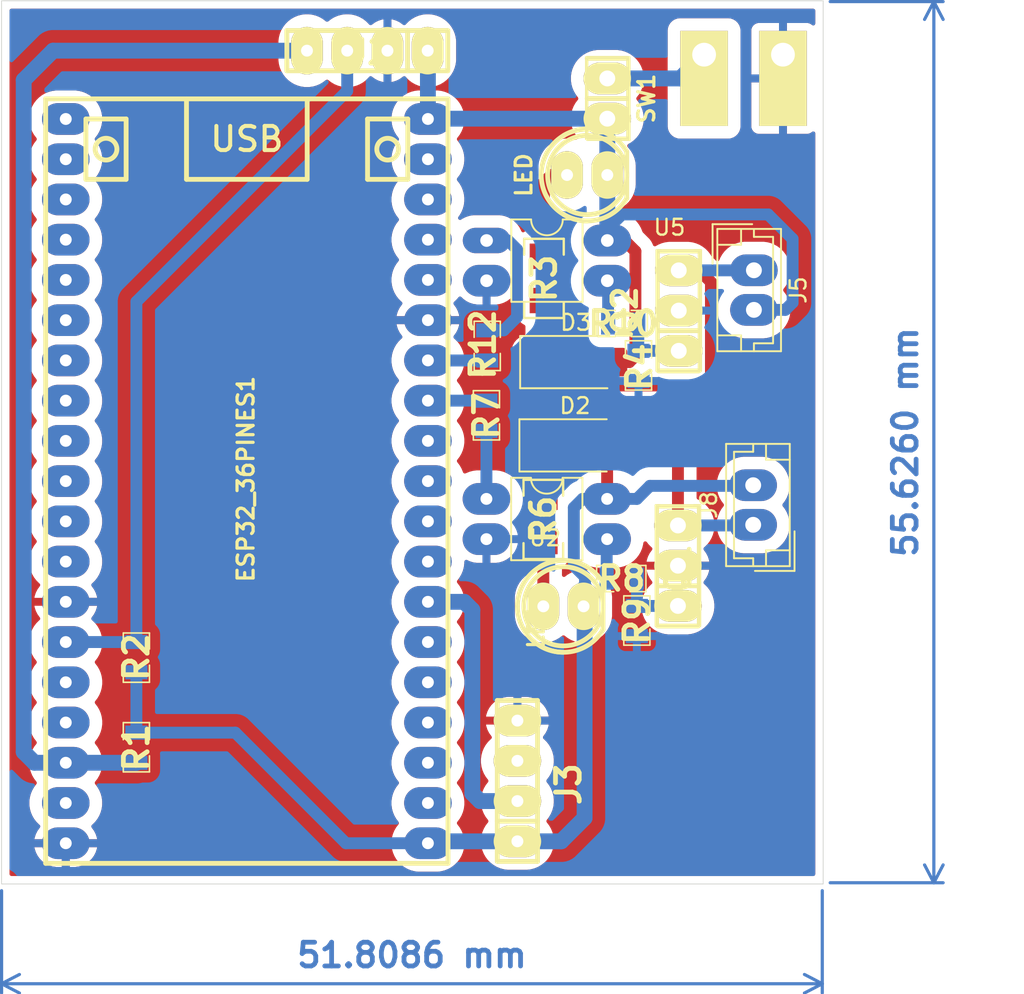
<source format=kicad_pcb>
(kicad_pcb (version 20240108) (generator "pcbnew") (generator_version "8.0")
  (layers (0 "F.Cu" signal) (31 "B.Cu" signal) (34 "B.Paste" user) (35 "F.Paste" user) (36 "B.SilkS" user "B.Silkscreen") (37 "F.SilkS" user "F.Silkscreen") (38 "B.Mask" user) (39 "F.Mask" user) (44 "Edge.Cuts" user))
  (net 0 "")
  (net 3 "cooler")
  (net 6 "GND")
  (net 16 "+5V")
  (net 20 "resistencia")
  (net 25 "+3.3V")
  (net 34 "Net-(D1-K)")
  (net 35 "Net-(D4-K)")
  (net 36 "Net-(R7-Pad1)")
  (net 37 "Net-(R12-Pad1)")
  (net 38 "Net-(J4-Pad1)")
  (net 39 "SCL")
  (net 40 "SDA")
  (net 42 "DHT11")
  (net 43 "Net-(D3-A)")
  (net 44 "Net-(Q1-G)")
  (net 45 "Net-(Q2-G)")
  (net 46 "Net-(D2-A)")
  (net 47 "Net-(R8-Pad2)")
  (net 48 "Net-(R10-Pad2)")
  (footprint "Diode_SMD:D_SMA" (layer "F.Cu") (at 179.1208 74.3458)
    (property "Reference" "D3" (at 0 -2.5 0) (layer "F.SilkS"))
    (property "Value" "1n4007")
    (fp_line (start -3.51 -1.65) (end -3.51 1.65) (stroke (width 0.12)) (layer "F.SilkS"))
    (fp_line (start -3.51 -1.65) (end 2 -1.65) (stroke (width 0.12)) (layer "F.SilkS"))
    (fp_line (start -3.51 1.65) (end 2 1.65) (stroke (width 0.12)) (layer "F.SilkS"))
    (pad "1" smd roundrect (at -2 0) (size 2.5 1.8) (layers "F.Cu" "F.Paste" "F.Mask") (roundrect_rratio 0.1388888889) (net 43 "Net-(D3-A)"))
    (pad "2" smd roundrect (at 2 0) (size 2.5 1.8) (layers "F.Cu" "F.Paste" "F.Mask") (roundrect_rratio 0.1388888889) (net 16 "+5V"))
  )
  (footprint "EESTN5:R_0805" (layer "F.Cu") (at 151.384 98.6917 90)
    (property "Reference" "R1" (at 0 0 -90) (layer "F.SilkS") (effects (font (size 1.5 1.5) (thickness 0.3))))
    (property "Value" "4.7K" (hide yes))
    (fp_line (start 1.5875 -0.8255) (end 1.5875 0.8255) (stroke (width 0.09906)) (layer "F.SilkS"))
    (fp_line (start 0.508 -0.8255) (end 1.5875 -0.8255) (stroke (width 0.09906)) (layer "F.SilkS"))
    (fp_line (start -1.524 -0.8255) (end -0.508 -0.8255) (stroke (width 0.09906)) (layer "F.SilkS"))
    (fp_line (start 1.5875 0.8255) (end 0.508 0.8255) (stroke (width 0.09906)) (layer "F.SilkS"))
    (fp_line (start -0.508 0.8255) (end -1.524 0.8255) (stroke (width 0.09906)) (layer "F.SilkS"))
    (fp_line (start -1.524 0.8255) (end -1.524 -0.8255) (stroke (width 0.09906)) (layer "F.SilkS"))
    (pad "1" smd rect (at -0.9525 0 90) (size 0.889 1.397) (layers "B.Cu" "F.Paste" "F.Mask") (net 39 "SCL"))
    (pad "2" smd rect (at 0.9525 0 90) (size 0.889 1.397) (layers "B.Cu" "F.Paste" "F.Mask") (net 25 "+3.3V"))
  )
  (footprint "Connector_JST:JST_EH_B2B-EH-A_1x02_P2.50mm_Vertical" (layer "F.Cu") (at 190.3682 68.5492 -90)
    (property "Reference" "J5" (at 1.25 -2.8 90) (layer "F.SilkS"))
    (property "Value" "Conn_01x02")
    (fp_line (start -2.91 2.61) (end -0.41 2.61) (stroke (width 0.12)) (layer "F.SilkS"))
    (fp_line (start -2.61 2.31) (end 5.11 2.31) (stroke (width 0.12)) (layer "F.SilkS"))
    (fp_line (start 5.11 2.31) (end 5.11 -1.71) (stroke (width 0.12)) (layer "F.SilkS"))
    (fp_line (start -2.61 0.81) (end -1.61 0.81) (stroke (width 0.12)) (layer "F.SilkS"))
    (fp_line (start -1.61 0.81) (end -1.61 2.31) (stroke (width 0.12)) (layer "F.SilkS"))
    (fp_line (start 4.11 0.81) (end 4.11 2.31) (stroke (width 0.12)) (layer "F.SilkS"))
    (fp_line (start 5.11 0.81) (end 4.11 0.81) (stroke (width 0.12)) (layer "F.SilkS"))
    (fp_line (start -2.91 0.11) (end -2.91 2.61) (stroke (width 0.12)) (layer "F.SilkS"))
    (fp_line (start -2.61 0) (end -2.11 0) (stroke (width 0.12)) (layer "F.SilkS"))
    (fp_line (start -2.11 0) (end -2.11 -1.21) (stroke (width 0.12)) (layer "F.SilkS"))
    (fp_line (start 4.61 0) (end 5.11 0) (stroke (width 0.12)) (layer "F.SilkS"))
    (fp_line (start -2.11 -1.21) (end 4.61 -1.21) (stroke (width 0.12)) (layer "F.SilkS"))
    (fp_line (start 4.61 -1.21) (end 4.61 0) (stroke (width 0.12)) (layer "F.SilkS"))
    (fp_line (start -2.61 -1.71) (end -2.61 2.31) (stroke (width 0.12)) (layer "F.SilkS"))
    (fp_line (start 5.11 -1.71) (end -2.61 -1.71) (stroke (width 0.12)) (layer "F.SilkS"))
    (pad "1" thru_hole oval (at 0 0 270) (size 2 3) (drill 1) (layers "*.Cu" "*.Mask") (net 43 "Net-(D3-A)"))
    (pad "2" thru_hole oval (at 2.5 0 270) (size 2 3) (drill 1) (layers "*.Cu" "*.Mask") (net 16 "+5V"))
  )
  (footprint "EESTN5:R_0805" (layer "F.Cu") (at 182.118 71.9074 180)
    (property "Reference" "R10" (at 0 0 180) (layer "F.SilkS") (effects (font (size 1.5 1.5) (thickness 0.3))))
    (property "Value" "100" (hide yes))
    (fp_line (start 1.5875 0.8255) (end 0.508 0.8255) (stroke (width 0.09906)) (layer "F.SilkS"))
    (fp_line (start 1.5875 -0.8255) (end 1.5875 0.8255) (stroke (width 0.09906)) (layer "F.SilkS"))
    (fp_line (start 0.508 -0.8255) (end 1.5875 -0.8255) (stroke (width 0.09906)) (layer "F.SilkS"))
    (fp_line (start -0.508 0.8255) (end -1.524 0.8255) (stroke (width 0.09906)) (layer "F.SilkS"))
    (fp_line (start -1.524 0.8255) (end -1.524 -0.8255) (stroke (width 0.09906)) (layer "F.SilkS"))
    (fp_line (start -1.524 -0.8255) (end -0.508 -0.8255) (stroke (width 0.09906)) (layer "F.SilkS"))
    (pad "1" smd rect (at -0.9525 0 180) (size 0.889 1.397) (layers "B.Cu" "F.Paste" "F.Mask") (net 45 "Net-(Q2-G)"))
    (pad "2" smd rect (at 0.9525 0 180) (size 0.889 1.397) (layers "B.Cu" "F.Paste" "F.Mask") (net 48 "Net-(R10-Pad2)"))
  )
  (footprint "EESTN5:R_0805" (layer "F.Cu") (at 151.384 92.9711 -90)
    (property "Reference" "R2" (at 0 0 90) (layer "F.SilkS") (effects (font (size 1.5 1.5) (thickness 0.3))))
    (property "Value" "4.7K" (hide yes))
    (fp_line (start -1.524 0.8255) (end -1.524 -0.8255) (stroke (width 0.09906)) (layer "F.SilkS"))
    (fp_line (start -0.508 0.8255) (end -1.524 0.8255) (stroke (width 0.09906)) (layer "F.SilkS"))
    (fp_line (start 1.5875 0.8255) (end 0.508 0.8255) (stroke (width 0.09906)) (layer "F.SilkS"))
    (fp_line (start -1.524 -0.8255) (end -0.508 -0.8255) (stroke (width 0.09906)) (layer "F.SilkS"))
    (fp_line (start 0.508 -0.8255) (end 1.5875 -0.8255) (stroke (width 0.09906)) (layer "F.SilkS"))
    (fp_line (start 1.5875 -0.8255) (end 1.5875 0.8255) (stroke (width 0.09906)) (layer "F.SilkS"))
    (pad "1" smd rect (at -0.9525 0 270) (size 0.889 1.397) (layers "B.Cu" "F.Paste" "F.Mask") (net 40 "SDA"))
    (pad "2" smd rect (at 0.9525 0 270) (size 0.889 1.397) (layers "B.Cu" "F.Paste" "F.Mask") (net 25 "+3.3V"))
  )
  (footprint "EESTN5:ESP32S" (layer "F.Cu") (at 158.3576 81.8586 90)
    (property "Reference" "ESP32_36PINES1" (at 0.127 -0.0635 -90) (layer "F.SilkS") (effects (font (size 1.016 1.016) (thickness 0.2032))))
    (property "Value" "ESP32_DEVKITC" (hide yes))
    (fp_line (start -24.13 -12.7) (end 24.13 -12.7) (stroke (width 0.3048)) (layer "F.SilkS"))
    (fp_line (start -24.13 -12.7) (end -24.13 12.7) (stroke (width 0.3048)) (layer "F.SilkS"))
    (fp_line (start 22.86 -10.16) (end 19.05 -10.16) (stroke (width 0.3048)) (layer "F.SilkS"))
    (fp_line (start 19.05 -10.16) (end 19.05 -7.62) (stroke (width 0.3048)) (layer "F.SilkS"))
    (fp_line (start 22.86 -7.62) (end 22.86 -10.16) (stroke (width 0.3048)) (layer "F.SilkS"))
    (fp_line (start 19.05 -7.62) (end 22.86 -7.62) (stroke (width 0.3048)) (layer "F.SilkS"))
    (fp_line (start 24.13 -3.81) (end 19.05 -3.81) (stroke (width 0.3048)) (layer "F.SilkS"))
    (fp_line (start 19.05 -3.81) (end 19.05 3.81) (stroke (width 0.3048)) (layer "F.SilkS"))
    (fp_line (start 19.05 3.81) (end 24.13 3.81) (stroke (width 0.3048)) (layer "F.SilkS"))
    (fp_line (start 22.86 7.62) (end 22.86 10.16) (stroke (width 0.3048)) (layer "F.SilkS"))
    (fp_line (start 19.05 7.62) (end 22.86 7.62) (stroke (width 0.3048)) (layer "F.SilkS"))
    (fp_line (start 22.86 10.16) (end 19.05 10.16) (stroke (width 0.3048)) (layer "F.SilkS"))
    (fp_line (start 19.05 10.16) (end 19.05 7.62) (stroke (width 0.3048)) (layer "F.SilkS"))
    (fp_line (start 24.13 12.7) (end 24.13 -12.7) (stroke (width 0.3048)) (layer "F.SilkS"))
    (fp_line (start 24.13 12.7) (end -24.13 12.7) (stroke (width 0.3048)) (layer "F.SilkS"))
    (fp_circle (center 20.955 -8.89) (end 21.5265 -8.509) (stroke (width 0.3048)) (fill none) (layer "F.SilkS"))
    (fp_circle (center 20.955 8.89) (end 21.5265 9.271) (stroke (width 0.3048)) (fill none) (layer "F.SilkS"))
    (fp_text user "USB" (at 21.59 0 0) (layer "F.SilkS") (effects (font (size 1.524 1.524) (thickness 0.254))))
    (pad "1" thru_hole oval (at -22.86 11.43 90) (size 2 3) (drill 0.75) (layers "*.Cu" "*.Mask") (net 25 "+3.3V"))
    (pad "2" thru_hole oval (at -20.32 11.43 90) (size 2 3) (drill 0.75) (layers "*.Cu" "*.Mask"))
    (pad "3" thru_hole oval (at -17.78 11.43 90) (size 2 3) (drill 0.75) (layers "*.Cu" "*.Mask"))
    (pad "4" thru_hole oval (at -15.24 11.43 90) (size 2 3) (drill 0.75) (layers "*.Cu" "*.Mask"))
    (pad "5" thru_hole oval (at -12.7 11.43 90) (size 2 3) (drill 0.75) (layers "*.Cu" "*.Mask"))
    (pad "6" thru_hole oval (at -10.16 11.43 90) (size 2 3) (drill 0.75) (layers "*.Cu" "*.Mask"))
    (pad "7" thru_hole oval (at -7.62 11.43 90) (size 2 3) (drill 0.75) (layers "*.Cu" "*.Mask") (net 42 "DHT11"))
    (pad "8" thru_hole oval (at -5.08 11.43 90) (size 2 3) (drill 0.75) (layers "*.Cu" "*.Mask"))
    (pad "9" thru_hole oval (at -2.54 11.43 90) (size 2 3) (drill 0.75) (layers "*.Cu" "*.Mask"))
    (pad "10" thru_hole oval (at 0 11.43 90) (size 2 3) (drill 0.75) (layers "*.Cu" "*.Mask"))
    (pad "11" thru_hole oval (at 2.54 11.43 90) (size 2 3) (drill 0.75) (layers "*.Cu" "*.Mask"))
    (pad "12" thru_hole oval (at 5.08 11.43 90) (size 2 3) (drill 0.75) (layers "*.Cu" "*.Mask") (net 20 "resistencia"))
    (pad "13" thru_hole oval (at 7.62 11.43 90) (size 2 3) (drill 0.75) (layers "*.Cu" "*.Mask") (net 3 "cooler"))
    (pad "14" thru_hole oval (at 10.16 11.43 90) (size 2 3) (drill 0.75) (layers "*.Cu" "*.Mask") (net 6 "GND"))
    (pad "15" thru_hole oval (at 12.7 11.43 90) (size 2 3) (drill 0.75) (layers "*.Cu" "*.Mask"))
    (pad "16" thru_hole oval (at 15.24 11.43 90) (size 2 3) (drill 0.75) (layers "*.Cu" "*.Mask"))
    (pad "17" thru_hole oval (at 17.78 11.43 90) (size 2 3) (drill 0.75) (layers "*.Cu" "*.Mask"))
    (pad "18" thru_hole oval (at 20.32 11.43 90) (size 2 3) (drill 0.75) (layers "*.Cu" "*.Mask"))
    (pad "19" thru_hole oval (at 22.86 11.43 90) (size 2 3) (drill 0.75) (layers "*.Cu" "*.Mask") (net 16 "+5V"))
    (pad "20" thru_hole oval (at 22.86 -11.43 90) (size 2 3) (drill 0.75) (layers "*.Cu" "*.Mask"))
    (pad "21" thru_hole oval (at 20.32 -11.43 90) (size 2 3) (drill 0.75) (layers "*.Cu" "*.Mask"))
    (pad "22" thru_hole oval (at 17.78 -11.43 90) (size 2 3) (drill 0.75) (layers "*.Cu" "*.Mask"))
    (pad "23" thru_hole oval (at 15.24 -11.43 90) (size 2 3) (drill 0.75) (layers "*.Cu" "*.Mask"))
    (pad "24" thru_hole oval (at 12.7 -11.43 90) (size 2 3) (drill 0.75) (layers "*.Cu" "*.Mask"))
    (pad "25" thru_hole oval (at 10.16 -11.43 90) (size 2 3) (drill 0.75) (layers "*.Cu" "*.Mask"))
    (pad "26" thru_hole oval (at 7.62 -11.43 90) (size 2 3) (drill 0.75) (layers "*.Cu" "*.Mask"))
    (pad "27" thru_hole oval (at 5.08 -11.43 90) (size 2 3) (drill 0.75) (layers "*.Cu" "*.Mask"))
    (pad "28" thru_hole oval (at 2.54 -11.43 90) (size 2 3) (drill 0.75) (layers "*.Cu" "*.Mask"))
    (pad "29" thru_hole oval (at 0 -11.43 90) (size 2 3) (drill 0.75) (layers "*.Cu" "*.Mask"))
    (pad "30" thru_hole oval (at -2.54 -11.43 90) (size 2 3) (drill 0.75) (layers "*.Cu" "*.Mask"))
    (pad "31" thru_hole oval (at -5.08 -11.43 90) (size 2 3) (drill 0.75) (layers "*.Cu" "*.Mask"))
    (pad "32" thru_hole oval (at -7.62 -11.43 90) (size 2 3) (drill 0.75) (layers "*.Cu" "*.Mask") (net 6 "GND"))
    (pad "33" thru_hole oval (at -10.16 -11.43 90) (size 2 3) (drill 0.75) (layers "*.Cu" "*.Mask") (net 40 "SDA"))
    (pad "34" thru_hole oval (at -12.7 -11.43 90) (size 2 3) (drill 0.75) (layers "*.Cu" "*.Mask"))
    (pad "35" thru_hole oval (at -15.24 -11.43 90) (size 2 3) (drill 0.75) (layers "*.Cu" "*.Mask"))
    (pad "36" thru_hole oval (at -17.78 -11.43 90) (size 2 3) (drill 0.75) (layers "*.Cu" "*.Mask") (net 39 "SCL"))
    (pad "37" thru_hole oval (at -20.32 -11.43 90) (size 2 3) (drill 0.75) (layers "*.Cu" "*.Mask"))
    (pad "38" thru_hole oval (at -22.86 -11.43 90) (size 2 3) (drill 0.75) (layers "*.Cu" "*.Mask") (net 6 "GND"))
  )
  (footprint "EESTN5:R_0805" (layer "F.Cu") (at 183.0832 74.5871 90)
    (property "Reference" "R4" (at -0.0762 0.0508 -90) (layer "F.SilkS") (effects (font (size 1.5 1.5) (thickness 0.3))))
    (property "Value" "4.7K" (hide yes))
    (fp_line (start 1.5875 -0.8255) (end 1.5875 0.8255) (stroke (width 0.09906)) (layer "F.SilkS"))
    (fp_line (start 0.508 -0.8255) (end 1.5875 -0.8255) (stroke (width 0.09906)) (layer "F.SilkS"))
    (fp_line (start -1.524 -0.8255) (end -0.508 -0.8255) (stroke (width 0.09906)) (layer "F.SilkS"))
    (fp_line (start 1.5875 0.8255) (end 0.508 0.8255) (stroke (width 0.09906)) (layer "F.SilkS"))
    (fp_line (start -0.508 0.8255) (end -1.524 0.8255) (stroke (width 0.09906)) (layer "F.SilkS"))
    (fp_line (start -1.524 0.8255) (end -1.524 -0.8255) (stroke (width 0.09906)) (layer "F.SilkS"))
    (pad "1" smd rect (at -0.9525 0 90) (size 0.889 1.397) (layers "B.Cu" "F.Paste" "F.Mask") (net 6 "GND"))
    (pad "2" smd rect (at 0.9525 0 90) (size 0.889 1.397) (layers "B.Cu" "F.Paste" "F.Mask") (net 45 "Net-(Q2-G)"))
  )
  (footprint "Package_DIP:DIP-4_W7.62mm_LongPads" (layer "F.Cu") (at 173.4924 66.67)
    (property "Reference" "U5" (at 11.5466 -0.8264 0) (layer "F.SilkS"))
    (property "Value" "PC817")
    (fp_line (start 1.56 -1.33) (end 1.56 3.87) (stroke (width 0.12)) (layer "F.SilkS"))
    (fp_line (start 1.56 3.87) (end 6.06 3.87) (stroke (width 0.12)) (layer "F.SilkS"))
    (fp_line (start 2.81 -1.33) (end 1.56 -1.33) (stroke (width 0.12)) (layer "F.SilkS"))
    (fp_line (start 6.06 -1.33) (end 4.81 -1.33) (stroke (width 0.12)) (layer "F.SilkS"))
    (fp_line (start 6.06 3.87) (end 6.06 -1.33) (stroke (width 0.12)) (layer "F.SilkS"))
    (fp_arc (start 4.81 -1.33) (mid 3.81 -0.33) (end 2.81 -1.33) (stroke (width 0.12)) (layer "F.SilkS"))
    (pad "1" thru_hole oval (at 0 0) (size 3 1.6) (drill 0.8) (layers "*.Cu" "*.Mask") (net 37 "Net-(R12-Pad1)"))
    (pad "2" thru_hole oval (at 0 2.54) (size 3 2) (drill 0.8) (layers "*.Cu" "*.Mask") (net 6 "GND"))
    (pad "3" thru_hole oval (at 7.62 2.54) (size 3 2) (drill 0.8) (layers "*.Cu" "*.Mask") (net 48 "Net-(R10-Pad2)"))
    (pad "4" thru_hole oval (at 7.62 0) (size 3 2) (drill 0.8) (layers "*.Cu" "B.Mask") (net 16 "+5V"))
  )
  (footprint "EESTN5:R_0805" (layer "F.Cu") (at 173.482 77.7367 90)
    (property "Reference" "R7" (at 0 0 -90) (layer "F.SilkS") (effects (font (size 1.5 1.5) (thickness 0.3))))
    (property "Value" "1k" (hide yes))
    (fp_line (start 1.5875 -0.8255) (end 1.5875 0.8255) (stroke (width 0.09906)) (layer "F.SilkS"))
    (fp_line (start 0.508 -0.8255) (end 1.5875 -0.8255) (stroke (width 0.09906)) (layer "F.SilkS"))
    (fp_line (start -1.524 -0.8255) (end -0.508 -0.8255) (stroke (width 0.09906)) (layer "F.SilkS"))
    (fp_line (start 1.5875 0.8255) (end 0.508 0.8255) (stroke (width 0.09906)) (layer "F.SilkS"))
    (fp_line (start -0.508 0.8255) (end -1.524 0.8255) (stroke (width 0.09906)) (layer "F.SilkS"))
    (fp_line (start -1.524 0.8255) (end -1.524 -0.8255) (stroke (width 0.09906)) (layer "F.SilkS"))
    (pad "1" smd rect (at -0.9525 0 90) (size 0.889 1.397) (layers "B.Cu" "F.Paste" "F.Mask") (net 36 "Net-(R7-Pad1)"))
    (pad "2" smd rect (at 0.9525 0 90) (size 0.889 1.397) (layers "B.Cu" "F.Paste" "F.Mask") (net 20 "resistencia"))
  )
  (footprint "Diode_SMD:D_SMA" (layer "F.Cu") (at 179.0741 79.6036)
    (property "Reference" "D2" (at 0 -2.5 0) (layer "F.SilkS"))
    (property "Value" "DIODE")
    (fp_line (start -3.51 -1.65) (end -3.51 1.65) (stroke (width 0.12)) (layer "F.SilkS"))
    (fp_line (start -3.51 -1.65) (end 2 -1.65) (stroke (width 0.12)) (layer "F.SilkS"))
    (fp_line (start -3.51 1.65) (end 2 1.65) (stroke (width 0.12)) (layer "F.SilkS"))
    (pad "1" smd roundrect (at -2 0) (size 2.5 1.8) (layers "F.Cu" "F.Paste" "F.Mask") (roundrect_rratio 0.1388888889) (net 46 "Net-(D2-A)"))
    (pad "2" smd roundrect (at 2 0) (size 2.5 1.8) (layers "F.Cu" "F.Paste" "F.Mask") (roundrect_rratio 0.1388888889) (net 25 "+3.3V"))
  )
  (footprint "EESTN5:R_1206" (layer "F.Cu") (at 177.1142 69.0626 -90)
    (property "Reference" "R3" (at 0 0 90) (layer "F.SilkS") (effects (font (size 1.5 1.5) (thickness 0.3))))
    (property "Value" "4.7K" (hide yes))
    (fp_line (start -2.5 1.25) (end -1.5 1.25) (stroke (width 0.15)) (layer "F.SilkS"))
    (fp_line (start 1.5 1.25) (end 2.5 1.25) (stroke (width 0.15)) (layer "F.SilkS"))
    (fp_line (start 2.5 1.25) (end 2.5 -1.25) (stroke (width 0.15)) (layer "F.SilkS"))
    (fp_line (start -2.5 -1.25) (end -2.5 1.25) (stroke (width 0.15)) (layer "F.SilkS"))
    (fp_line (start -1.5 -1.25) (end -2.5 -1.25) (stroke (width 0.15)) (layer "F.SilkS"))
    (fp_line (start 1.5 -1.25) (end 2.5 -1.25) (stroke (width 0.15)) (layer "F.SilkS"))
    (pad "1" smd rect (at 1.397 0 270) (size 1.6002 1.8034) (layers "F.Cu" "F.Paste" "F.Mask") (net 43 "Net-(D3-A)"))
    (pad "2" smd rect (at -1.397 0 270) (size 1.6002 1.8034) (layers "F.Cu" "F.Paste" "F.Mask") (net 35 "Net-(D4-K)"))
  )
  (footprint "EESTN5:pin_strip_4" (layer "F.Cu") (at 175.4378 100.7872 90)
    (property "Reference" "J3" (at -0.2032 3.2258 -90) (layer "F.SilkS") (effects (font (size 1.5 1.5) (thickness 0.3))))
    (property "Value" "LCD" (hide yes))
    (fp_line (start 5.08 -1.27) (end 5.08 1.27) (stroke (width 0.3048)) (layer "F.SilkS"))
    (fp_line (start -2.54 -1.27) (end -2.54 1.27) (stroke (width 0.3048)) (layer "F.SilkS"))
    (fp_line (start -5.08 -1.27) (end 5.08 -1.27) (stroke (width 0.3048)) (layer "F.SilkS"))
    (fp_line (start 5.08 1.27) (end -5.08 1.27) (stroke (width 0.3048)) (layer "F.SilkS"))
    (fp_line (start -5.08 1.27) (end -5.08 -1.27) (stroke (width 0.3048)) (layer "F.SilkS"))
    (pad "1" thru_hole oval (at -3.81 0 90) (size 2 3) (drill 0.75) (layers "*.Cu" "F.SilkS" "F.Mask") (net 25 "+3.3V"))
    (pad "2" thru_hole oval (at -1.27 0 90) (size 2 3) (drill 0.75) (layers "*.Cu" "F.SilkS" "F.Mask") (net 42 "DHT11"))
    (pad "3" thru_hole oval (at 1.27 0 90) (size 2 3) (drill 0.75) (layers "*.Cu" "F.SilkS" "F.Mask"))
    (pad "4" thru_hole oval (at 3.81 0 90) (size 2 3) (drill 0.75) (layers "*.Cu" "F.SilkS" "F.Mask") (net 6 "GND"))
  )
  (footprint "EESTN5:led_5mm_clear" (layer "F.Cu") (at 178.3441 89.7636 90)
    (property "Reference" "D1" (hide yes))
    (property "Value" "LED" (at -1.2954 -1.7272 -90) (layer "F.SilkS") (effects (font (thickness 0.2))))
    (fp_line (start -1.47066 2.49936) (end 1.47066 2.49936) (stroke (width 0.29972)) (layer "F.SilkS"))
    (fp_arc (start 0 -2.90068) (mid 2.05109 -2.05109) (end 2.90068 0) (stroke (width 0.29972)) (layer "F.SilkS"))
    (fp_arc (start 2.4892 -1.49098) (mid 2.814412 0.705848) (end 1.49098 2.4892) (stroke (width 0.29972)) (layer "F.SilkS"))
    (fp_arc (start -2.90068 0) (mid -2.05109 -2.05109) (end 0 -2.90068) (stroke (width 0.29972)) (layer "F.SilkS"))
    (fp_arc (start -1.47066 2.49936) (mid -2.807228 0.727401) (end -2.49936 -1.47066) (stroke (width 0.29972)) (layer "F.SilkS"))
    (fp_circle (center 0 0) (end -2.49936 0) (stroke (width 0.29972)) (fill none) (layer "F.SilkS"))
    (pad "1" thru_hole oval (at 0 -1.27 90) (size 3 2) (drill 0.75) (layers "*.Cu" "*.Mask" "F.SilkS") (net 34 "Net-(D1-K)"))
    (pad "2" thru_hole oval (at 0 1.27 90) (size 3 2) (drill 0.75) (layers "*.Cu" "*.Mask" "F.SilkS") (net 25 "+3.3V"))
  )
  (footprint "EESTN5:pin_strip_4" (layer "F.Cu") (at 165.9636 54.6862 180)
    (property "Reference" "J2" (at -0.1524 -0.1016 180) (layer "F.SilkS") (effects (font (size 1.5 1.5) (thickness 0.3))))
    (property "Value" "LCD" (hide yes))
    (fp_line (start 5.08 1.27) (end -5.08 1.27) (stroke (width 0.3048)) (layer "F.SilkS"))
    (fp_line (start 5.08 -1.27) (end 5.08 1.27) (stroke (width 0.3048)) (layer "F.SilkS"))
    (fp_line (start -2.54 -1.27) (end -2.54 1.27) (stroke (width 0.3048)) (layer "F.SilkS"))
    (fp_line (start -5.08 1.27) (end -5.08 -1.27) (stroke (width 0.3048)) (layer "F.SilkS"))
    (fp_line (start -5.08 -1.27) (end 5.08 -1.27) (stroke (width 0.3048)) (layer "F.SilkS"))
    (pad "1" thru_hole oval (at -3.81 0 180) (size 2 3) (drill 0.75) (layers "*.Cu" "F.SilkS" "F.Mask") (net 16 "+5V"))
    (pad "2" thru_hole oval (at -1.27 0 180) (size 2 3) (drill 0.75) (layers "*.Cu" "F.SilkS" "F.Mask") (net 6 "GND"))
    (pad "3" thru_hole oval (at 1.27 0 180) (size 2 3) (drill 0.75) (layers "*.Cu" "F.SilkS" "F.Mask") (net 40 "SDA"))
    (pad "4" thru_hole oval (at 3.81 0 180) (size 2 3) (drill 0.75) (layers "*.Cu" "F.SilkS" "F.Mask") (net 39 "SCL"))
  )
  (footprint "EESTN5:R_0805" (layer "F.Cu") (at 182.0266 88.011 180)
    (property "Reference" "R8" (at 0 0 180) (layer "F.SilkS") (effects (font (size 1.5 1.5) (thickness 0.3))))
    (property "Value" "100" (hide yes))
    (fp_line (start 1.5875 0.8255) (end 0.508 0.8255) (stroke (width 0.09906)) (layer "F.SilkS"))
    (fp_line (start 1.5875 -0.8255) (end 1.5875 0.8255) (stroke (width 0.09906)) (layer "F.SilkS"))
    (fp_line (start 0.508 -0.8255) (end 1.5875 -0.8255) (stroke (width 0.09906)) (layer "F.SilkS"))
    (fp_line (start -0.508 0.8255) (end -1.524 0.8255) (stroke (width 0.09906)) (layer "F.SilkS"))
    (fp_line (start -1.524 0.8255) (end -1.524 -0.8255) (stroke (width 0.09906)) (layer "F.SilkS"))
    (fp_line (start -1.524 -0.8255) (end -0.508 -0.8255) (stroke (width 0.09906)) (layer "F.SilkS"))
    (pad "1" smd rect (at -0.9525 0 180) (size 0.889 1.397) (layers "B.Cu" "F.Paste" "F.Mask") (net 44 "Net-(Q1-G)"))
    (pad "2" smd rect (at 0.9525 0 180) (size 0.889 1.397) (layers "B.Cu" "F.Paste" "F.Mask") (net 47 "Net-(R8-Pad2)"))
  )
  (footprint "EESTN5:led_5mm_clear" (layer "F.Cu") (at 179.8424 62.5348 90)
    (property "Reference" "D4" (hide yes))
    (property "Value" "LED" (at 0 -4 -90) (layer "F.SilkS") (effects (font (thickness 0.2))))
    (fp_line (start -1.47066 2.49936) (end 1.47066 2.49936) (stroke (width 0.29972)) (layer "F.SilkS"))
    (fp_arc (start 0 -2.90068) (mid 2.05109 -2.05109) (end 2.90068 0) (stroke (width 0.29972)) (layer "F.SilkS"))
    (fp_arc (start 2.4892 -1.49098) (mid 2.814412 0.705848) (end 1.49098 2.4892) (stroke (width 0.29972)) (layer "F.SilkS"))
    (fp_arc (start -2.90068 0) (mid -2.05109 -2.05109) (end 0 -2.90068) (stroke (width 0.29972)) (layer "F.SilkS"))
    (fp_arc (start -1.47066 2.49936) (mid -2.807228 0.727401) (end -2.49936 -1.47066) (stroke (width 0.29972)) (layer "F.SilkS"))
    (fp_circle (center 0 0) (end -2.49936 0) (stroke (width 0.29972)) (fill none) (layer "F.SilkS"))
    (pad "1" thru_hole oval (at 0 -1.27 90) (size 3 2) (drill 0.75) (layers "*.Cu" "*.Mask" "F.SilkS") (net 35 "Net-(D4-K)"))
    (pad "2" thru_hole oval (at 0 1.27 90) (size 3 2) (drill 0.75) (layers "*.Cu" "*.Mask" "F.SilkS") (net 16 "+5V"))
  )
  (footprint "EESTN5:Cable_1,5mm" (layer "F.Cu") (at 187.2234 54.9388)
    (property "Reference" "J4" (hide yes))
    (property "Value" "Cable_PAD" (hide yes))
    (pad "1" thru_hole rect (at 0 0) (size 3 6) (drill 1.5 (offset 0 1.5)) (layers "*.Cu" "F.SilkS") (net 38 "Net-(J4-Pad1)"))
  )
  (footprint "EESTN5:Pin_Header_3" (layer "F.Cu") (at 185.5724 87.1982 90)
    (property "Reference" "Q1" (at -0.1778 0.0254 -90) (layer "F.SilkS") (effects (font (size 1.5 1.5) (thickness 0.3))))
    (property "Value" "IRFZ44N" (hide yes))
    (fp_line (start 3.81 -1.397) (end 3.81 -1.143) (stroke (width 0.15)) (layer "F.SilkS"))
    (fp_line (start -3.81 -1.397) (end 3.81 -1.397) (stroke (width 0.15)) (layer "F.SilkS"))
    (fp_line (start 3.81 -1.27) (end -3.81 -1.27) (stroke (width 0.15)) (layer "F.SilkS"))
    (fp_line (start 3.81 -1.27) (end 3.81 1.27) (stroke (width 0.15)) (layer "F.SilkS"))
    (fp_line (start -1.27 -1.27) (end -1.27 1.27) (stroke (width 0.3048)) (layer "F.SilkS"))
    (fp_line (start 3.81 1.016) (end 3.81 1.397) (stroke (width 0.15)) (layer "F.SilkS"))
    (fp_line (start 3.81 1.27) (end -3.81 1.27) (stroke (width 0.15)) (layer "F.SilkS"))
    (fp_line (start 3.683 1.27) (end 3.683 -1.27) (stroke (width 0.15)) (layer "F.SilkS"))
    (fp_line (start -3.81 1.27) (end -3.81 -1.27) (stroke (width 0.3048)) (layer "F.SilkS"))
    (fp_line (start 3.81 1.397) (end -3.81 1.397) (stroke (width 0.15)) (layer "F.SilkS"))
    (pad "1" thru_hole oval (at -2.54 0 90) (size 2 3) (drill 1.00076) (layers "*.Cu" "*.Mask" "F.SilkS") (net 44 "Net-(Q1-G)"))
    (pad "2" thru_hole oval (at 0 0 90) (size 2 3) (drill 1.00076) (layers "*.Cu" "*.Mask" "F.SilkS") (net 6 "GND"))
    (pad "3" thru_hole oval (at 2.54 0 90) (size 2 3) (drill 1.00076) (layers "*.Cu" "*.Mask" "F.SilkS") (net 46 "Net-(D2-A)"))
  )
  (footprint "EESTN5:R_0805" (layer "F.Cu") (at 173.5328 73.2917 -90)
    (property "Reference" "R12" (at -0.0533 0.2734 90) (layer "F.SilkS") (effects (font (size 1.5 1.5) (thickness 0.3))))
    (property "Value" "1k" (hide yes))
    (fp_line (start -1.524 0.8255) (end -1.524 -0.8255) (stroke (width 0.09906)) (layer "F.SilkS"))
    (fp_line (start -0.508 0.8255) (end -1.524 0.8255) (stroke (width 0.09906)) (layer "F.SilkS"))
    (fp_line (start 1.5875 0.8255) (end 0.508 0.8255) (stroke (width 0.09906)) (layer "F.SilkS"))
    (fp_line (start -1.524 -0.8255) (end -0.508 -0.8255) (stroke (width 0.09906)) (layer "F.SilkS"))
    (fp_line (start 0.508 -0.8255) (end 1.5875 -0.8255) (stroke (width 0.09906)) (layer "F.SilkS"))
    (fp_line (start 1.5875 -0.8255) (end 1.5875 0.8255) (stroke (width 0.09906)) (layer "F.SilkS"))
    (pad "1" smd rect (at -0.9525 0 270) (size 0.889 1.397) (layers "B.Cu" "F.Paste" "F.Mask") (net 37 "Net-(R12-Pad1)"))
    (pad "2" smd rect (at 0.9525 0 270) (size 0.889 1.397) (layers "B.Cu" "F.Paste" "F.Mask") (net 3 "cooler"))
  )
  (footprint "EESTN5:Cable_1,5mm" (layer "F.Cu") (at 192.2018 54.9388)
    (property "Reference" "J1" (hide yes))
    (property "Value" "Cable_PAD" (hide yes))
    (pad "1" thru_hole rect (at 0 0) (size 3 6) (drill 1.5 (offset 0 1.5)) (layers "*.Cu" "F.SilkS") (net 6 "GND"))
  )
  (footprint "EESTN5:R_1206" (layer "F.Cu") (at 177.0741 84.2772 90)
    (property "Reference" "R6" (at 0 0 -90) (layer "F.SilkS") (effects (font (size 1.5 1.5) (thickness 0.3))))
    (property "Value" "4.7K" (hide yes))
    (fp_line (start 1.5 -1.25) (end 2.5 -1.25) (stroke (width 0.15)) (layer "F.SilkS"))
    (fp_line (start -1.5 -1.25) (end -2.5 -1.25) (stroke (width 0.15)) (layer "F.SilkS"))
    (fp_line (start -2.5 -1.25) (end -2.5 1.25) (stroke (width 0.15)) (layer "F.SilkS"))
    (fp_line (start 2.5 1.25) (end 2.5 -1.25) (stroke (width 0.15)) (layer "F.SilkS"))
    (fp_line (start 1.5 1.25) (end 2.5 1.25) (stroke (width 0.15)) (layer "F.SilkS"))
    (fp_line (start -2.5 1.25) (end -1.5 1.25) (stroke (width 0.15)) (layer "F.SilkS"))
    (pad "1" smd rect (at 1.397 0 90) (size 1.6002 1.8034) (layers "F.Cu" "F.Paste" "F.Mask") (net 46 "Net-(D2-A)"))
    (pad "2" smd rect (at -1.397 0 90) (size 1.6002 1.8034) (layers "F.Cu" "F.Paste" "F.Mask") (net 34 "Net-(D1-K)"))
  )
  (footprint "Connector_JST:JST_EH_B2B-EH-A_1x02_P2.50mm_Vertical" (layer "F.Cu") (at 190.3222 84.6182 90)
    (property "Reference" "J8" (at 1.25 -2.8 -90) (layer "F.SilkS"))
    (property "Value" "Conn_01x02" (hide yes))
    (fp_line (start 5.11 -1.71) (end -2.61 -1.71) (stroke (width 0.12)) (layer "F.SilkS"))
    (fp_line (start -2.61 -1.71) (end -2.61 2.31) (stroke (width 0.12)) (layer "F.SilkS"))
    (fp_line (start 4.61 -1.21) (end 4.61 0) (stroke (width 0.12)) (layer "F.SilkS"))
    (fp_line (start -2.11 -1.21) (end 4.61 -1.21) (stroke (width 0.12)) (layer "F.SilkS"))
    (fp_line (start 4.61 0) (end 5.11 0) (stroke (width 0.12)) (layer "F.SilkS"))
    (fp_line (start -2.11 0) (end -2.11 -1.21) (stroke (width 0.12)) (layer "F.SilkS"))
    (fp_line (start -2.61 0) (end -2.11 0) (stroke (width 0.12)) (layer "F.SilkS"))
    (fp_line (start -2.91 0.11) (end -2.91 2.61) (stroke (width 0.12)) (layer "F.SilkS"))
    (fp_line (start 5.11 0.81) (end 4.11 0.81) (stroke (width 0.12)) (layer "F.SilkS"))
    (fp_line (start 4.11 0.81) (end 4.11 2.31) (stroke (width 0.12)) (layer "F.SilkS"))
    (fp_line (start -1.61 0.81) (end -1.61 2.31) (stroke (width 0.12)) (layer "F.SilkS"))
    (fp_line (start -2.61 0.81) (end -1.61 0.81) (stroke (width 0.12)) (layer "F.SilkS"))
    (fp_line (start 5.11 2.31) (end 5.11 -1.71) (stroke (width 0.12)) (layer "F.SilkS"))
    (fp_line (start -2.61 2.31) (end 5.11 2.31) (stroke (width 0.12)) (layer "F.SilkS"))
    (fp_line (start -2.91 2.61) (end -0.41 2.61) (stroke (width 0.12)) (layer "F.SilkS"))
    (pad "1" thru_hole oval (at 0 0 90) (size 2 3) (drill 1) (layers "*.Cu" "*.Mask") (net 46 "Net-(D2-A)"))
    (pad "2" thru_hole oval (at 2.5 0 90) (size 2 3) (drill 1) (layers "*.Cu" "*.Mask") (net 25 "+3.3V"))
  )
  (footprint "EESTN5:Pin_Header_2" (layer "F.Cu") (at 181.4299 57.7088 -90)
    (property "Reference" "SW1" (at 0 -2.159 90) (layer "F.SilkS") (effects (font (size 1.016 1.016) (thickness 0.2032))))
    (property "Value" "SW_Push" (hide yes))
    (fp_line (start 2.54 1.651) (end -2.6035 1.651) (stroke (width 0.15)) (layer "F.SilkS"))
    (fp_line (start 2.54 1.651) (end 2.54 -1.016) (stroke (width 0.15)) (layer "F.SilkS"))
    (fp_line (start -2.54 1.5875) (end -2.54 -0.9525) (stroke (width 0.3048)) (layer "F.SilkS"))
    (fp_line (start 2.54 1.5875) (end -2.54 1.5875) (stroke (width 0.15)) (layer "F.SilkS"))
    (fp_line (start 2.6035 1.5875) (end 2.6035 -0.9525) (stroke (width 0.15)) (layer "F.SilkS"))
    (fp_line (start -2.6035 -0.889) (end -2.6035 -1.0795) (stroke (width 0.15)) (layer "F.SilkS"))
    (fp_line (start -2.54 -0.9525) (end 2.54 -0.9525) (stroke (width 0.15)) (layer "F.SilkS"))
    (fp_line (start 0 -0.9525) (end 0 1.5875) (stroke (width 0.3048)) (layer "F.SilkS"))
    (fp_line (start 2.4765 -1.016) (end 2.4765 1.5875) (stroke (width 0.15)) (layer "F.SilkS"))
    (fp_line (start 2.6035 -1.0795) (end 2.6035 -0.6985) (stroke (width 0.15)) (layer "F.SilkS"))
    (fp_line (start 2.6035 -1.0795) (end -2.54 -1.0795) (stroke (width 0.15)) (layer "F.SilkS"))
    (pad "1" thru_hole oval (at -1.27 0.3175 270) (size 2 3) (drill 1.00076) (layers "*.Cu" "*.Mask" "F.SilkS") (net 38 "Net-(J4-Pad1)"))
    (pad "2" thru_hole oval (at 1.27 0.3175 270) (size 2 3) (drill 1.00076) (layers "*.Cu" "*.Mask" "F.SilkS") (net 16 "+5V"))
  )
  (footprint "EESTN5:Pin_Header_3" (layer "F.Cu") (at 185.6232 71.0946 90)
    (property "Reference" "Q2" (at 0 -3.4 -90) (layer "F.SilkS") (effects (font (size 1.5 1.5) (thickness 0.3))))
    (property "Value" "IRFZ44N" (hide yes))
    (fp_line (start 3.81 -1.397) (end 3.81 -1.143) (stroke (width 0.15)) (layer "F.SilkS"))
    (fp_line (start -3.81 -1.397) (end 3.81 -1.397) (stroke (width 0.15)) (layer "F.SilkS"))
    (fp_line (start 3.81 -1.27) (end -3.81 -1.27) (stroke (width 0.15)) (layer "F.SilkS"))
    (fp_line (start 3.81 -1.27) (end 3.81 1.27) (stroke (width 0.15)) (layer "F.SilkS"))
    (fp_line (start -1.27 -1.27) (end -1.27 1.27) (stroke (width 0.3048)) (layer "F.SilkS"))
    (fp_line (start 3.81 1.016) (end 3.81 1.397) (stroke (width 0.15)) (layer "F.SilkS"))
    (fp_line (start 3.81 1.27) (end -3.81 1.27) (stroke (width 0.15)) (layer "F.SilkS"))
    (fp_line (start 3.683 1.27) (end 3.683 -1.27) (stroke (width 0.15)) (layer "F.SilkS"))
    (fp_line (start -3.81 1.27) (end -3.81 -1.27) (stroke (width 0.3048)) (layer "F.SilkS"))
    (fp_line (start 3.81 1.397) (end -3.81 1.397) (stroke (width 0.15)) (layer "F.SilkS"))
    (pad "1" thru_hole oval (at -2.54 0 90) (size 2 3) (drill 1.00076) (layers "*.Cu" "*.Mask" "F.SilkS") (net 45 "Net-(Q2-G)"))
    (pad "2" thru_hole oval (at 0 0 90) (size 2 3) (drill 1.00076) (layers "*.Cu" "*.Mask" "F.SilkS") (net 6 "GND"))
    (pad "3" thru_hole oval (at 2.54 0 90) (size 2 3) (drill 1.00076) (layers "*.Cu" "*.Mask" "F.SilkS") (net 43 "Net-(D3-A)"))
  )
  (footprint "Package_DIP:DIP-4_W7.62mm_LongPads" (layer "F.Cu") (at 173.482 82.9818)
    (property "Reference" "U2" (at 3.7084 2.4688 0) (layer "F.SilkS"))
    (property "Value" "PC817")
    (fp_line (start 1.56 -1.33) (end 1.56 3.87) (stroke (width 0.12)) (layer "F.SilkS"))
    (fp_line (start 1.56 3.87) (end 6.06 3.87) (stroke (width 0.12)) (layer "F.SilkS"))
    (fp_line (start 2.81 -1.33) (end 1.56 -1.33) (stroke (width 0.12)) (layer "F.SilkS"))
    (fp_line (start 6.06 -1.33) (end 4.81 -1.33) (stroke (width 0.12)) (layer "F.SilkS"))
    (fp_line (start 6.06 3.87) (end 6.06 -1.33) (stroke (width 0.12)) (layer "F.SilkS"))
    (fp_arc (start 4.81 -1.33) (mid 3.81 -0.33) (end 2.81 -1.33) (stroke (width 0.12)) (layer "F.SilkS"))
    (pad "1" thru_hole oval (at 0 0) (size 3 2) (drill 0.75) (layers "*.Cu" "*.Mask") (net 36 "Net-(R7-Pad1)"))
    (pad "2" thru_hole oval (at 0 2.54) (size 3 2) (drill 0.75) (layers "*.Cu" "*.Mask") (net 6 "GND"))
    (pad "3" thru_hole oval (at 7.62 2.54) (size 3 2) (drill 0.75) (layers "*.Cu" "*.Mask") (net 47 "Net-(R8-Pad2)"))
    (pad "4" thru_hole oval (at 7.62 0) (size 3 2) (drill 0.75) (layers "*.Cu" "*.Mask") (net 25 "+3.3V"))
  )
  (footprint "EESTN5:R_0805" (layer "F.Cu") (at 182.9791 90.6907 90)
    (property "Reference" "R9" (at 0 0 -90) (layer "F.SilkS") (effects (font (size 1.5 1.5) (thickness 0.3))))
    (property "Value" "4.7K" (hide yes))
    (fp_line (start 1.5875 -0.8255) (end 1.5875 0.8255) (stroke (width 0.09906)) (layer "F.SilkS"))
    (fp_line (start 0.508 -0.8255) (end 1.5875 -0.8255) (stroke (width 0.09906)) (layer "F.SilkS"))
    (fp_line (start -1.524 -0.8255) (end -0.508 -0.8255) (stroke (width 0.09906)) (layer "F.SilkS"))
    (fp_line (start 1.5875 0.8255) (end 0.508 0.8255) (stroke (width 0.09906)) (layer "F.SilkS"))
    (fp_line (start -0.508 0.8255) (end -1.524 0.8255) (stroke (width 0.09906)) (layer "F.SilkS"))
    (fp_line (start -1.524 0.8255) (end -1.524 -0.8255) (stroke (width 0.09906)) (layer "F.SilkS"))
    (pad "1" smd rect (at -0.9525 0 90) (size 0.889 1.397) (layers "B.Cu" "F.Paste" "F.Mask") (net 6 "GND"))
    (pad "2" smd rect (at 0.9525 0 90) (size 0.889 1.397) (layers "B.Cu" "F.Paste" "F.Mask") (net 44 "Net-(Q1-G)"))
  )
  (gr_rect (start 142.875 51.5366) (end 194.7418 107.2896) (stroke (width 0.05)) (fill none) (layer "Edge.Cuts"))
  (dimension (type aligned) (layer "B.Cu") (pts (xy 194.683613 107.2134) (xy 194.683613 51.5874)) (height 7.043187) (gr_text "55,6260 mm" (at 199.9268 79.4004 90) (layer "B.Cu") (effects (font (size 1.5 1.5) (thickness 0.3)))) (format (prefix "") (suffix "") (units 3) (units_format 1) (precision 4)) (style (thickness 0.2) (arrow_length 1.27) (text_position_mode 0) (extension_height 0.58642) (extension_offset 0.5) keep_text_aligned))
  (dimension (type aligned) (layer "B.Cu") (pts (xy 194.683613 107.2134) (xy 142.875 107.2134)) (height -6.3754) (gr_text "51,8086 mm" (at 168.779306 111.7888 0) (layer "B.Cu") (effects (font (size 1.5 1.5) (thickness 0.3)))) (format (prefix "") (suffix "") (units 3) (units_format 1) (precision 4)) (style (thickness 0.2) (arrow_length 1.27) (text_position_mode 0) (extension_height 0.58642) (extension_offset 0.5) keep_text_aligned))
  (segment (start 173.5328 74.2442) (end 169.7932 74.2442) (width 0.75) (layer "B.Cu") (net 3))
  (segment (start 169.7932 74.2442) (end 169.7876 74.2386) (width 0.75) (layer "B.Cu") (net 3))
  (segment (start 182.8874 67.3534) (end 182.204 66.67) (width 0.75) (layer "F.Cu") (net 16))
  (segment (start 182.8874 73.9574) (end 182.8874 67.3534) (width 0.75) (layer "F.Cu") (net 16))
  (segment (start 182.204 66.67) (end 181.1124 66.67) (width 0.75) (layer "F.Cu") (net 16))
  (segment (start 181.1208 74.3458) (end 182.499 74.3458) (width 0.75) (layer "F.Cu") (net 16))
  (segment (start 182.499 74.3458) (end 182.8874 73.9574) (width 0.75) (layer "F.Cu") (net 16))
  (segment (start 169.7876 54.7002) (end 169.7736 54.6862) (width 1) (layer "B.Cu") (net 16))
  (segment (start 169.8074 58.9788) (end 169.7876 58.9986) (width 1) (layer "B.Cu") (net 16))
  (segment (start 192.3488 71.0492) (end 190.3682 71.0492) (width 0.75) (layer "B.Cu") (net 16))
  (segment (start 181.1124 65.9534) (end 182.0418 65.024) (width 0.75) (layer "B.Cu") (net 16))
  (segment (start 181.1124 66.67) (end 181.1124 65.9534) (width 0.75) (layer "B.Cu") (net 16))
  (segment (start 182.0418 65.024) (end 191.262 65.024) (width 0.75) (layer "B.Cu") (net 16))
  (segment (start 181.1124 62.5348) (end 181.1124 66.67) (width 1) (layer "B.Cu") (net 16))
  (segment (start 178.8414 58.9788) (end 181.1124 58.9788) (width 1) (layer "B.Cu") (net 16))
  (segment (start 192.8114 66.5734) (end 192.8114 70.5866) (width 0.75) (layer "B.Cu") (net 16))
  (segment (start 192.8114 70.5866) (end 192.3488 71.0492) (width 0.75) (layer "B.Cu") (net 16))
  (segment (start 181.1124 58.9788) (end 181.1124 62.5348) (width 1) (layer "B.Cu") (net 16))
  (segment (start 169.7876 58.9986) (end 169.7876 54.7002) (width 1) (layer "B.Cu") (net 16))
  (segment (start 191.262 65.024) (end 192.8114 66.5734) (width 0.75) (layer "B.Cu") (net 16))
  (segment (start 178.8414 58.9788) (end 169.8074 58.9788) (width 1) (layer "B.Cu") (net 16))
  (segment (start 173.482 76.7842) (end 173.4764 76.7786) (width 0.75) (layer "B.Cu") (net 20))
  (segment (start 173.4764 76.7786) (end 169.7876 76.7786) (width 0.75) (layer "B.Cu") (net 20))
  (segment (start 181.102 82.9997) (end 181.0741 83.0276) (width 0.75) (layer "F.Cu") (net 25))
  (segment (start 181.0741 79.6036) (end 181.102 79.6315) (width 0.75) (layer "F.Cu") (net 25))
  (segment (start 181.102 79.6315) (end 181.102 82.9997) (width 0.75) (layer "F.Cu") (net 25))
  (segment (start 179.6796 88.6059) (end 179.6796 103.124) (width 1) (layer "B.Cu") (net 25))
  (segment (start 151.384 97.7392) (end 151.384 93.9236) (width 0.75) (layer "B.Cu") (net 25))
  (segment (start 157.6324 97.7392) (end 164.6118 104.7186) (width 0.75) (layer "B.Cu") (net 25))
  (segment (start 169.909 104.5972) (end 169.7876 104.7186) (width 1) (layer "B.Cu") (net 25))
  (segment (start 175.4378 104.5972) (end 169.909 104.5972) (width 1) (layer "B.Cu") (net 25))
  (segment (start 182.9816 82.9818) (end 183.8052 82.1582) (width 0.75) (layer "B.Cu") (net 25))
  (segment (start 178.9991 83.5353) (end 179.5526 82.9818) (width 0.75) (layer "B.Cu") (net 25))
  (segment (start 151.384 97.7392) (end 157.6324 97.7392) (width 0.75) (layer "B.Cu") (net 25))
  (segment (start 164.6118 104.7186) (end 169.7876 104.7186) (width 0.75) (layer "B.Cu") (net 25))
  (segment (start 178.9991 87.2035) (end 178.9991 83.5353) (width 0.75) (layer "B.Cu") (net 25))
  (segment (start 183.8052 82.1582) (end 190.2822 82.1582) (width 0.75) (layer "B.Cu") (net 25))
  (segment (start 179.5526 82.9818) (end 181.102 82.9818) (width 0.75) (layer "B.Cu") (net 25))
  (segment (start 181.102 82.9818) (end 182.9816 82.9818) (width 0.75) (layer "B.Cu") (net 25))
  (segment (start 179.6141 89.7636) (end 179.705 89.6727) (width 0.75) (layer "B.Cu") (net 25))
  (segment (start 179.705 87.9094) (end 178.9991 87.2035) (width 0.75) (layer "B.Cu") (net 25))
  (segment (start 179.6141 89.7636) (end 179.578 89.7997) (width 1) (layer "B.Cu") (net 25))
  (segment (start 179.6796 103.124) (end 178.2064 104.5972) (width 1) (layer "B.Cu") (net 25))
  (segment (start 190.2822 82.1582) (end 190.3222 82.1182) (width 0.75) (layer "B.Cu") (net 25))
  (segment (start 179.705 89.6727) (end 179.705 87.9094) (width 0.75) (layer "B.Cu") (net 25))
  (segment (start 178.2064 104.5972) (end 175.4378 104.5972) (width 1) (layer "B.Cu") (net 25))
  (segment (start 177.0741 89.7636) (end 177.0741 85.6742) (width 0.75) (layer "F.Cu") (net 34))
  (segment (start 177.1142 62.992) (end 177.5714 62.5348) (width 0.75) (layer "F.Cu") (net 35))
  (segment (start 177.5714 62.5348) (end 178.5724 62.5348) (width 0.75) (layer "F.Cu") (net 35))
  (segment (start 177.1142 67.6656) (end 177.1142 62.992) (width 0.75) (layer "F.Cu") (net 35))
  (segment (start 173.482 78.6892) (end 173.482 82.9818) (width 0.75) (layer "B.Cu") (net 36))
  (segment (start 174.8486 66.67) (end 173.4924 66.67) (width 0.75) (layer "B.Cu") (net 37))
  (segment (start 175.4124 71.501) (end 175.4124 67.2338) (width 0.75) (layer "B.Cu") (net 37))
  (segment (start 174.5742 72.3392) (end 175.4124 71.501) (width 0.75) (layer "B.Cu") (net 37))
  (segment (start 175.4124 67.2338) (end 174.8486 66.67) (width 0.75) (layer "B.Cu") (net 37))
  (segment (start 173.5328 72.3392) (end 174.5742 72.3392) (width 0.75) (layer "B.Cu") (net 37))
  (segment (start 181.1124 56.4388) (end 185.7234 56.4388) (width 1) (layer "B.Cu") (net 38))
  (segment (start 185.7234 56.4388) (end 187.2234 54.9388) (width 1) (layer "B.Cu") (net 38))
  (segment (start 146.1262 54.6862) (end 162.1536 54.6862) (width 1) (layer "B.Cu") (net 39))
  (segment (start 144.9522 99.6386) (end 144.272 98.9584) (width 1) (layer "B.Cu") (net 39))
  (segment (start 151.384 99.6442) (end 150.6728 99.6442) (width 1) (layer "B.Cu") (net 39))
  (segment (start 144.272 56.5404) (end 146.1262 54.6862) (width 1) (layer "B.Cu") (net 39))
  (segment (start 144.272 98.9584) (end 144.272 56.5404) (width 1) (layer "B.Cu") (net 39))
  (segment (start 146.9276 99.6386) (end 144.9522 99.6386) (width 1) (layer "B.Cu") (net 39))
  (segment (start 151.3784 99.6386) (end 151.384 99.6442) (width 1) (layer "B.Cu") (net 39))
  (segment (start 146.9276 99.6386) (end 151.3784 99.6386) (width 1) (layer "B.Cu") (net 39))
  (segment (start 151.384 70.5358) (end 164.6936 57.2262) (width 0.75) (layer "B.Cu") (net 40))
  (segment (start 164.6936 57.2262) (end 164.6936 54.6862) (width 0.75) (layer "B.Cu") (net 40))
  (segment (start 151.384 92.0186) (end 146.9276 92.0186) (width 0.75) (layer "B.Cu") (net 40))
  (segment (start 151.384 92.0186) (end 151.384 70.5358) (width 0.75) (layer "B.Cu") (net 40))
  (segment (start 172.0794 89.4786) (end 169.7876 89.4786) (width 1) (layer "B.Cu") (net 42))
  (segment (start 173.0756 102.0572) (end 172.593 101.5746) (width 1) (layer "B.Cu") (net 42))
  (segment (start 175.4378 102.0572) (end 173.0756 102.0572) (width 1) (layer "B.Cu") (net 42))
  (segment (start 172.593 89.9922) (end 172.0794 89.4786) (width 1) (layer "B.Cu") (net 42))
  (segment (start 172.593 101.5746) (end 172.593 89.9922) (width 1) (layer "B.Cu") (net 42))
  (segment (start 177.1208 74.3458) (end 178.5958 75.8208) (width 0.75) (layer "F.Cu") (net 43))
  (segment (start 187.6552 69.2912) (end 186.9186 68.5546) (width 0.75) (layer "F.Cu") (net 43))
  (segment (start 177.1208 74.3458) (end 177.1208 70.4662) (width 0.75) (layer "F.Cu") (net 43))
  (segment (start 178.5958 75.8208) (end 187.27102 75.8208) (width 0.75) (layer "F.Cu") (net 43))
  (segment (start 186.9186 68.5546) (end 185.6232 68.5546) (width 0.75) (layer "F.Cu") (net 43))
  (segment (start 187.6552 75.43662) (end 187.6552 69.2912) (width 0.75) (layer "F.Cu") (net 43))
  (segment (start 187.27102 75.8208) (end 187.6552 75.43662) (width 0.75) (layer "F.Cu") (net 43))
  (segment (start 177.1208 70.4662) (end 177.1142 70.4596) (width 0.75) (layer "F.Cu") (net 43))
  (segment (start 190.3628 68.5546) (end 190.3682 68.5492) (width 0.75) (layer "B.Cu") (net 43))
  (segment (start 185.6232 68.5546) (end 190.3628 68.5546) (width 0.75) (layer "B.Cu") (net 43))
  (segment (start 182.9791 89.7382) (end 185.5724 89.7382) (width 0.75) (layer "B.Cu") (net 44))
  (segment (start 182.9791 88.011) (end 182.9791 89.7382) (width 0.75) (layer "B.Cu") (net 44))
  (segment (start 183.0705 73.6219) (end 183.0832 73.6346) (width 0.75) (layer "B.Cu") (net 45))
  (segment (start 183.0705 71.9074) (end 183.0705 73.6219) (width 0.75) (layer "B.Cu") (net 45))
  (segment (start 183.0832 73.6346) (end 185.6232 73.6346) (width 0.75) (layer "B.Cu") (net 45))
  (segment (start 185.5724 84.582) (end 185.4962 84.6582) (width 0.75) (layer "F.Cu") (net 46))
  (segment (start 185.5724 79.7052) (end 185.5724 84.582) (width 0.75) (layer "F.Cu") (net 46))
  (segment (start 177.0741 79.6036) (end 177.0741 78.4753) (width 0.75) (layer "F.Cu") (net 46))
  (segment (start 177.8762 77.6732) (end 183.5404 77.6732) (width 0.75) (layer "F.Cu") (net 46))
  (segment (start 177.0741 78.4753) (end 177.8762 77.6732) (width 0.75) (layer "F.Cu") (net 46))
  (segment (start 177.0741 82.8802) (end 177.0741 79.6036) (width 0.75) (layer "F.Cu") (net 46))
  (segment (start 183.5404 77.6732) (end 185.5724 79.7052) (width 0.75) (layer "F.Cu") (net 46))
  (segment (start 190.2822 84.6582) (end 190.3222 84.6182) (width 0.75) (layer "B.Cu") (net 46))
  (segment (start 185.5724 84.6582) (end 190.2822 84.6582) (width 0.75) (layer "B.Cu") (net 46))
  (segment (start 181.0741 88.011) (end 181.0741 85.5676) (width 0.75) (layer "B.Cu") (net 47))
  (segment (start 181.1655 71.9074) (end 181.1655 69.2631) (width 0.75) (layer "B.Cu") (net 48))
  (segment (start 181.1655 69.2631) (end 181.1124 69.21) (width 0.75) (layer "B.Cu") (net 48))
  (zone (net 6) (net_name "GND") (layers "F&B.Cu") (priority 1) (connect_pads (clearance 0.8)) (min_thickness 0.25) (fill yes (thermal_gap 0.5) (thermal_bridge_width 0.5))
    (polygon (pts (xy 194.782945 51.5874) (xy 194.683613 107.2134) (xy 142.875 107.2134) (xy 142.875 52.1716) (xy 142.875 51.5874)))
  )
)
</source>
